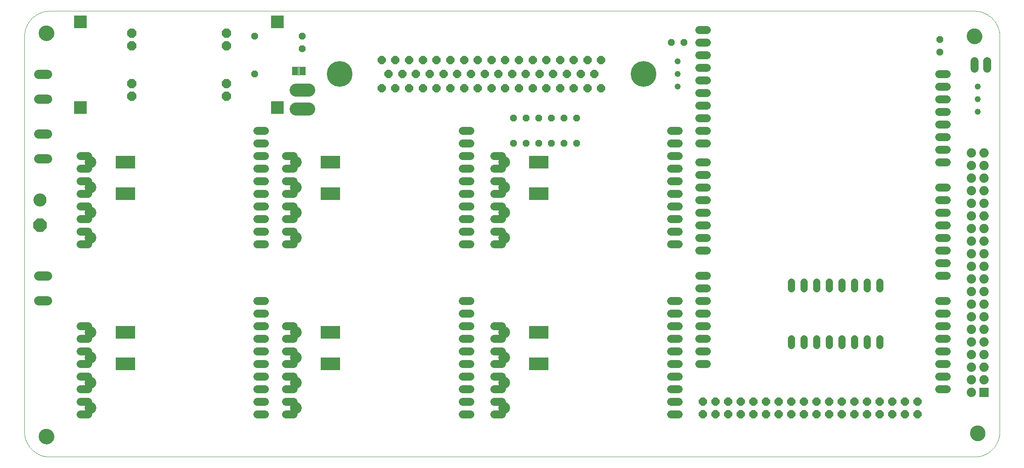
<source format=gts>
G04 EAGLE Gerber RS-274X export*
G75*
%MOMM*%
%FSLAX34Y34*%
%LPD*%
%INTop Soldermask*%
%IPPOS*%
%AMOC8*
5,1,8,0,0,1.08239X$1,22.5*%
G01*
%ADD10C,0.000000*%
%ADD11C,2.641600*%
%ADD12P,2.859241X8X292.500000*%
%ADD13P,1.539592X8X112.500000*%
%ADD14P,1.759533X8X202.500000*%
%ADD15C,5.181600*%
%ADD16C,1.892300*%
%ADD17C,1.625600*%
%ADD18P,1.759533X8X22.500000*%
%ADD19R,1.879600X1.879600*%
%ADD20C,1.879600*%
%ADD21R,3.911600X2.601600*%
%ADD22C,3.101600*%
%ADD23C,1.219200*%
%ADD24P,1.539592X8X292.500000*%
%ADD25C,1.422400*%
%ADD26R,1.270000X1.701800*%
%ADD27R,0.152400X1.828800*%
%ADD28C,2.654300*%
%ADD29P,2.034460X8X22.500000*%
%ADD30R,2.601600X2.601600*%
%ADD31C,2.351600*%
%ADD32P,1.539592X8X202.500000*%


D10*
X51000Y-3050D02*
X1911350Y-3050D01*
X1912578Y-3035D01*
X1913804Y-2991D01*
X1915030Y-2917D01*
X1916253Y-2813D01*
X1917473Y-2680D01*
X1918690Y-2517D01*
X1919903Y-2325D01*
X1921110Y-2104D01*
X1922312Y-1853D01*
X1923507Y-1574D01*
X1924696Y-1266D01*
X1925876Y-929D01*
X1927048Y-564D01*
X1928211Y-170D01*
X1929364Y251D01*
X1930506Y700D01*
X1931638Y1177D01*
X1932757Y1681D01*
X1933864Y2212D01*
X1934958Y2769D01*
X1936038Y3352D01*
X1937104Y3962D01*
X1938154Y4597D01*
X1939189Y5257D01*
X1940208Y5942D01*
X1941209Y6652D01*
X1942194Y7385D01*
X1943160Y8143D01*
X1944108Y8923D01*
X1945037Y9726D01*
X1945946Y10551D01*
X1946834Y11398D01*
X1947702Y12266D01*
X1948549Y13154D01*
X1949374Y14063D01*
X1950177Y14992D01*
X1950957Y15940D01*
X1951715Y16906D01*
X1952448Y17891D01*
X1953158Y18892D01*
X1953843Y19911D01*
X1954503Y20946D01*
X1955138Y21996D01*
X1955748Y23062D01*
X1956331Y24142D01*
X1956888Y25236D01*
X1957419Y26343D01*
X1957923Y27462D01*
X1958400Y28594D01*
X1958849Y29736D01*
X1959270Y30889D01*
X1959664Y32052D01*
X1960029Y33224D01*
X1960366Y34404D01*
X1960674Y35593D01*
X1960953Y36788D01*
X1961204Y37990D01*
X1961425Y39197D01*
X1961617Y40410D01*
X1961780Y41627D01*
X1961913Y42847D01*
X1962017Y44070D01*
X1962091Y45296D01*
X1962135Y46522D01*
X1962150Y47750D01*
X1962150Y844550D01*
X1962135Y845778D01*
X1962091Y847004D01*
X1962017Y848230D01*
X1961913Y849453D01*
X1961780Y850673D01*
X1961617Y851890D01*
X1961425Y853103D01*
X1961204Y854310D01*
X1960953Y855512D01*
X1960674Y856707D01*
X1960366Y857896D01*
X1960029Y859076D01*
X1959664Y860248D01*
X1959270Y861411D01*
X1958849Y862564D01*
X1958400Y863706D01*
X1957923Y864838D01*
X1957419Y865957D01*
X1956888Y867064D01*
X1956331Y868158D01*
X1955748Y869238D01*
X1955138Y870304D01*
X1954503Y871354D01*
X1953843Y872389D01*
X1953158Y873408D01*
X1952448Y874409D01*
X1951715Y875394D01*
X1950957Y876360D01*
X1950177Y877308D01*
X1949374Y878237D01*
X1948549Y879146D01*
X1947702Y880034D01*
X1946834Y880902D01*
X1945946Y881749D01*
X1945037Y882574D01*
X1944108Y883377D01*
X1943160Y884157D01*
X1942194Y884915D01*
X1941209Y885648D01*
X1940208Y886358D01*
X1939189Y887043D01*
X1938154Y887703D01*
X1937104Y888338D01*
X1936038Y888948D01*
X1934958Y889531D01*
X1933864Y890088D01*
X1932757Y890619D01*
X1931638Y891123D01*
X1930506Y891600D01*
X1929364Y892049D01*
X1928211Y892470D01*
X1927048Y892864D01*
X1925876Y893229D01*
X1924696Y893566D01*
X1923507Y893874D01*
X1922312Y894153D01*
X1921110Y894404D01*
X1919903Y894625D01*
X1918690Y894817D01*
X1917473Y894980D01*
X1916253Y895113D01*
X1915030Y895217D01*
X1913804Y895291D01*
X1912578Y895335D01*
X1911350Y895350D01*
X51000Y895350D01*
X49772Y895335D01*
X48546Y895291D01*
X47320Y895217D01*
X46097Y895113D01*
X44877Y894980D01*
X43660Y894817D01*
X42447Y894625D01*
X41240Y894404D01*
X40038Y894153D01*
X38843Y893874D01*
X37654Y893566D01*
X36474Y893229D01*
X35302Y892864D01*
X34139Y892470D01*
X32986Y892049D01*
X31844Y891600D01*
X30712Y891123D01*
X29593Y890619D01*
X28486Y890088D01*
X27392Y889531D01*
X26312Y888948D01*
X25246Y888338D01*
X24196Y887703D01*
X23161Y887043D01*
X22142Y886358D01*
X21141Y885648D01*
X20156Y884915D01*
X19190Y884157D01*
X18242Y883377D01*
X17313Y882574D01*
X16404Y881749D01*
X15516Y880902D01*
X14648Y880034D01*
X13801Y879146D01*
X12976Y878237D01*
X12173Y877308D01*
X11393Y876360D01*
X10635Y875394D01*
X9902Y874409D01*
X9192Y873408D01*
X8507Y872389D01*
X7847Y871354D01*
X7212Y870304D01*
X6602Y869238D01*
X6019Y868158D01*
X5462Y867064D01*
X4931Y865957D01*
X4427Y864838D01*
X3950Y863706D01*
X3501Y862564D01*
X3080Y861411D01*
X2686Y860248D01*
X2321Y859076D01*
X1984Y857896D01*
X1676Y856707D01*
X1397Y855512D01*
X1146Y854310D01*
X925Y853103D01*
X733Y851890D01*
X570Y850673D01*
X437Y849453D01*
X333Y848230D01*
X259Y847004D01*
X215Y845778D01*
X200Y844550D01*
X200Y47750D01*
X215Y46522D01*
X259Y45296D01*
X333Y44070D01*
X437Y42847D01*
X570Y41627D01*
X733Y40410D01*
X925Y39197D01*
X1146Y37990D01*
X1397Y36788D01*
X1676Y35593D01*
X1984Y34404D01*
X2321Y33224D01*
X2686Y32052D01*
X3080Y30889D01*
X3501Y29736D01*
X3950Y28594D01*
X4427Y27462D01*
X4931Y26343D01*
X5462Y25236D01*
X6019Y24142D01*
X6602Y23062D01*
X7212Y21996D01*
X7847Y20946D01*
X8507Y19911D01*
X9192Y18892D01*
X9902Y17891D01*
X10635Y16906D01*
X11393Y15940D01*
X12173Y14992D01*
X12976Y14063D01*
X13801Y13154D01*
X14648Y12266D01*
X15516Y11398D01*
X16404Y10551D01*
X17313Y9726D01*
X18242Y8923D01*
X19190Y8143D01*
X20156Y7385D01*
X21141Y6652D01*
X22142Y5942D01*
X23161Y5257D01*
X24196Y4597D01*
X25246Y3962D01*
X26312Y3352D01*
X27392Y2769D01*
X28486Y2212D01*
X29593Y1681D01*
X30712Y1177D01*
X31844Y700D01*
X32986Y251D01*
X34139Y-170D01*
X35302Y-564D01*
X36474Y-929D01*
X37654Y-1266D01*
X38843Y-1574D01*
X40038Y-1853D01*
X41240Y-2104D01*
X42447Y-2325D01*
X43660Y-2517D01*
X44877Y-2680D01*
X46097Y-2813D01*
X47320Y-2917D01*
X48546Y-2991D01*
X49772Y-3035D01*
X51000Y-3050D01*
D11*
X31750Y514350D03*
D12*
X31750Y463550D03*
D13*
X984250Y628650D03*
X984250Y679450D03*
X1009650Y628650D03*
X1009650Y679450D03*
X1035050Y628650D03*
X1035050Y679450D03*
X1085850Y628650D03*
X1085850Y679450D03*
X1060450Y628650D03*
X1060450Y679450D03*
X1111250Y628650D03*
X1111250Y679450D03*
D14*
X1160526Y796798D03*
X1133094Y796798D03*
X1105408Y796798D03*
X1077722Y796798D03*
X1050290Y796798D03*
X1022604Y796798D03*
X994918Y796798D03*
X967486Y796798D03*
X939800Y796798D03*
X912114Y796798D03*
X884682Y796798D03*
X856996Y796798D03*
X1146810Y768350D03*
X1119124Y768350D03*
X1091692Y768350D03*
X1064006Y768350D03*
X1036320Y768350D03*
X1008888Y768350D03*
X981202Y768350D03*
X953516Y768350D03*
X926084Y768350D03*
X898398Y768350D03*
X870712Y768350D03*
X829310Y796798D03*
X801878Y796798D03*
X774192Y796798D03*
X746506Y796798D03*
X843280Y768350D03*
X815594Y768350D03*
X787908Y768350D03*
X760476Y768350D03*
X719074Y796798D03*
X732790Y768350D03*
X1160526Y739902D03*
X1133094Y739902D03*
X1105408Y739902D03*
X1077722Y739902D03*
X1050290Y739902D03*
X1022604Y739902D03*
X994918Y739902D03*
X967486Y739902D03*
X939800Y739902D03*
X912114Y739902D03*
X884682Y739902D03*
X856996Y739902D03*
X829310Y739902D03*
X801878Y739902D03*
X774192Y739902D03*
X746506Y739902D03*
X719074Y739902D03*
D15*
X634238Y768350D03*
X1245362Y768350D03*
D16*
X47054Y597300D02*
X29147Y597300D01*
X29147Y647300D02*
X47054Y647300D01*
D17*
X1840230Y717550D02*
X1855470Y717550D01*
X1855470Y692150D02*
X1840230Y692150D01*
X1840230Y666750D02*
X1855470Y666750D01*
X1855470Y641350D02*
X1840230Y641350D01*
X1840230Y615950D02*
X1855470Y615950D01*
X1855470Y590550D02*
X1840230Y590550D01*
X1840230Y539750D02*
X1855470Y539750D01*
X1855470Y514350D02*
X1840230Y514350D01*
X1840230Y488950D02*
X1855470Y488950D01*
X1855470Y463550D02*
X1840230Y463550D01*
X1840230Y438150D02*
X1855470Y438150D01*
X1855470Y412750D02*
X1840230Y412750D01*
X1840230Y387350D02*
X1855470Y387350D01*
X1855470Y361950D02*
X1840230Y361950D01*
X1840230Y311150D02*
X1855470Y311150D01*
X1855470Y285750D02*
X1840230Y285750D01*
X1840230Y260350D02*
X1855470Y260350D01*
X1855470Y234950D02*
X1840230Y234950D01*
X1840230Y209550D02*
X1855470Y209550D01*
X1855470Y184150D02*
X1840230Y184150D01*
X1840230Y158750D02*
X1855470Y158750D01*
X1855470Y133350D02*
X1840230Y133350D01*
X1372870Y184150D02*
X1357630Y184150D01*
X1357630Y209550D02*
X1372870Y209550D01*
X1372870Y234950D02*
X1357630Y234950D01*
X1357630Y260350D02*
X1372870Y260350D01*
X1372870Y285750D02*
X1357630Y285750D01*
X1357630Y311150D02*
X1372870Y311150D01*
X1372870Y336550D02*
X1357630Y336550D01*
X1357630Y361950D02*
X1372870Y361950D01*
X1372870Y412750D02*
X1357630Y412750D01*
X1357630Y438150D02*
X1372870Y438150D01*
X1372870Y463550D02*
X1357630Y463550D01*
X1357630Y488950D02*
X1372870Y488950D01*
X1372870Y514350D02*
X1357630Y514350D01*
X1357630Y539750D02*
X1372870Y539750D01*
X1372870Y565150D02*
X1357630Y565150D01*
X1357630Y590550D02*
X1372870Y590550D01*
X1372870Y628650D02*
X1357630Y628650D01*
X1357630Y654050D02*
X1372870Y654050D01*
X1372870Y679450D02*
X1357630Y679450D01*
X1357630Y704850D02*
X1372870Y704850D01*
X1372870Y730250D02*
X1357630Y730250D01*
X1357630Y755650D02*
X1372870Y755650D01*
X1372870Y781050D02*
X1357630Y781050D01*
X1357630Y806450D02*
X1372870Y806450D01*
D18*
X1365250Y107950D03*
X1365250Y82550D03*
X1390650Y107950D03*
X1390650Y82550D03*
X1416050Y107950D03*
X1416050Y82550D03*
X1441450Y107950D03*
X1441450Y82550D03*
X1466850Y107950D03*
X1466850Y82550D03*
X1492250Y107950D03*
X1492250Y82550D03*
X1517650Y107950D03*
X1517650Y82550D03*
X1543050Y107950D03*
X1543050Y82550D03*
X1568450Y107950D03*
X1568450Y82550D03*
X1593850Y107950D03*
X1593850Y82550D03*
X1619250Y107950D03*
X1619250Y82550D03*
X1644650Y107950D03*
X1644650Y82550D03*
X1670050Y107950D03*
X1670050Y82550D03*
X1695450Y107950D03*
X1695450Y82550D03*
X1720850Y107950D03*
X1720850Y82550D03*
X1746250Y107950D03*
X1746250Y82550D03*
X1771650Y107950D03*
X1771650Y82550D03*
X1797050Y107950D03*
X1797050Y82550D03*
D17*
X1372870Y831850D02*
X1357630Y831850D01*
X1357630Y857250D02*
X1372870Y857250D01*
X1840230Y768350D02*
X1855470Y768350D01*
X1855470Y742950D02*
X1840230Y742950D01*
D19*
X1930400Y127000D03*
D20*
X1905000Y127000D03*
X1930400Y152400D03*
X1905000Y152400D03*
X1930400Y177800D03*
X1905000Y177800D03*
X1930400Y203200D03*
X1905000Y203200D03*
X1930400Y228600D03*
X1905000Y228600D03*
X1930400Y254000D03*
X1905000Y254000D03*
X1930400Y279400D03*
X1905000Y279400D03*
X1930400Y304800D03*
X1905000Y304800D03*
X1930400Y330200D03*
X1905000Y330200D03*
X1930400Y355600D03*
X1905000Y355600D03*
X1930400Y381000D03*
X1905000Y381000D03*
X1930400Y406400D03*
X1905000Y406400D03*
X1930400Y431800D03*
X1905000Y431800D03*
X1930400Y457200D03*
X1905000Y457200D03*
X1930400Y482600D03*
X1905000Y482600D03*
X1930400Y508000D03*
X1905000Y508000D03*
X1930400Y533400D03*
X1905000Y533400D03*
X1930400Y558800D03*
X1905000Y558800D03*
X1930400Y584200D03*
X1905000Y584200D03*
X1930400Y609600D03*
X1905000Y609600D03*
D21*
X1035050Y590550D03*
X1035050Y527050D03*
D10*
X29450Y38100D02*
X29455Y38468D01*
X29468Y38836D01*
X29491Y39203D01*
X29522Y39570D01*
X29563Y39936D01*
X29612Y40301D01*
X29671Y40664D01*
X29738Y41026D01*
X29814Y41387D01*
X29900Y41745D01*
X29993Y42101D01*
X30096Y42454D01*
X30207Y42805D01*
X30327Y43153D01*
X30455Y43498D01*
X30592Y43840D01*
X30737Y44179D01*
X30890Y44513D01*
X31052Y44844D01*
X31221Y45171D01*
X31399Y45493D01*
X31584Y45812D01*
X31777Y46125D01*
X31978Y46434D01*
X32186Y46737D01*
X32402Y47035D01*
X32625Y47328D01*
X32855Y47616D01*
X33092Y47898D01*
X33336Y48173D01*
X33586Y48443D01*
X33843Y48707D01*
X34107Y48964D01*
X34377Y49214D01*
X34652Y49458D01*
X34934Y49695D01*
X35222Y49925D01*
X35515Y50148D01*
X35813Y50364D01*
X36116Y50572D01*
X36425Y50773D01*
X36738Y50966D01*
X37057Y51151D01*
X37379Y51329D01*
X37706Y51498D01*
X38037Y51660D01*
X38371Y51813D01*
X38710Y51958D01*
X39052Y52095D01*
X39397Y52223D01*
X39745Y52343D01*
X40096Y52454D01*
X40449Y52557D01*
X40805Y52650D01*
X41163Y52736D01*
X41524Y52812D01*
X41886Y52879D01*
X42249Y52938D01*
X42614Y52987D01*
X42980Y53028D01*
X43347Y53059D01*
X43714Y53082D01*
X44082Y53095D01*
X44450Y53100D01*
X44818Y53095D01*
X45186Y53082D01*
X45553Y53059D01*
X45920Y53028D01*
X46286Y52987D01*
X46651Y52938D01*
X47014Y52879D01*
X47376Y52812D01*
X47737Y52736D01*
X48095Y52650D01*
X48451Y52557D01*
X48804Y52454D01*
X49155Y52343D01*
X49503Y52223D01*
X49848Y52095D01*
X50190Y51958D01*
X50529Y51813D01*
X50863Y51660D01*
X51194Y51498D01*
X51521Y51329D01*
X51843Y51151D01*
X52162Y50966D01*
X52475Y50773D01*
X52784Y50572D01*
X53087Y50364D01*
X53385Y50148D01*
X53678Y49925D01*
X53966Y49695D01*
X54248Y49458D01*
X54523Y49214D01*
X54793Y48964D01*
X55057Y48707D01*
X55314Y48443D01*
X55564Y48173D01*
X55808Y47898D01*
X56045Y47616D01*
X56275Y47328D01*
X56498Y47035D01*
X56714Y46737D01*
X56922Y46434D01*
X57123Y46125D01*
X57316Y45812D01*
X57501Y45493D01*
X57679Y45171D01*
X57848Y44844D01*
X58010Y44513D01*
X58163Y44179D01*
X58308Y43840D01*
X58445Y43498D01*
X58573Y43153D01*
X58693Y42805D01*
X58804Y42454D01*
X58907Y42101D01*
X59000Y41745D01*
X59086Y41387D01*
X59162Y41026D01*
X59229Y40664D01*
X59288Y40301D01*
X59337Y39936D01*
X59378Y39570D01*
X59409Y39203D01*
X59432Y38836D01*
X59445Y38468D01*
X59450Y38100D01*
X59445Y37732D01*
X59432Y37364D01*
X59409Y36997D01*
X59378Y36630D01*
X59337Y36264D01*
X59288Y35899D01*
X59229Y35536D01*
X59162Y35174D01*
X59086Y34813D01*
X59000Y34455D01*
X58907Y34099D01*
X58804Y33746D01*
X58693Y33395D01*
X58573Y33047D01*
X58445Y32702D01*
X58308Y32360D01*
X58163Y32021D01*
X58010Y31687D01*
X57848Y31356D01*
X57679Y31029D01*
X57501Y30707D01*
X57316Y30388D01*
X57123Y30075D01*
X56922Y29766D01*
X56714Y29463D01*
X56498Y29165D01*
X56275Y28872D01*
X56045Y28584D01*
X55808Y28302D01*
X55564Y28027D01*
X55314Y27757D01*
X55057Y27493D01*
X54793Y27236D01*
X54523Y26986D01*
X54248Y26742D01*
X53966Y26505D01*
X53678Y26275D01*
X53385Y26052D01*
X53087Y25836D01*
X52784Y25628D01*
X52475Y25427D01*
X52162Y25234D01*
X51843Y25049D01*
X51521Y24871D01*
X51194Y24702D01*
X50863Y24540D01*
X50529Y24387D01*
X50190Y24242D01*
X49848Y24105D01*
X49503Y23977D01*
X49155Y23857D01*
X48804Y23746D01*
X48451Y23643D01*
X48095Y23550D01*
X47737Y23464D01*
X47376Y23388D01*
X47014Y23321D01*
X46651Y23262D01*
X46286Y23213D01*
X45920Y23172D01*
X45553Y23141D01*
X45186Y23118D01*
X44818Y23105D01*
X44450Y23100D01*
X44082Y23105D01*
X43714Y23118D01*
X43347Y23141D01*
X42980Y23172D01*
X42614Y23213D01*
X42249Y23262D01*
X41886Y23321D01*
X41524Y23388D01*
X41163Y23464D01*
X40805Y23550D01*
X40449Y23643D01*
X40096Y23746D01*
X39745Y23857D01*
X39397Y23977D01*
X39052Y24105D01*
X38710Y24242D01*
X38371Y24387D01*
X38037Y24540D01*
X37706Y24702D01*
X37379Y24871D01*
X37057Y25049D01*
X36738Y25234D01*
X36425Y25427D01*
X36116Y25628D01*
X35813Y25836D01*
X35515Y26052D01*
X35222Y26275D01*
X34934Y26505D01*
X34652Y26742D01*
X34377Y26986D01*
X34107Y27236D01*
X33843Y27493D01*
X33586Y27757D01*
X33336Y28027D01*
X33092Y28302D01*
X32855Y28584D01*
X32625Y28872D01*
X32402Y29165D01*
X32186Y29463D01*
X31978Y29766D01*
X31777Y30075D01*
X31584Y30388D01*
X31399Y30707D01*
X31221Y31029D01*
X31052Y31356D01*
X30890Y31687D01*
X30737Y32021D01*
X30592Y32360D01*
X30455Y32702D01*
X30327Y33047D01*
X30207Y33395D01*
X30096Y33746D01*
X29993Y34099D01*
X29900Y34455D01*
X29814Y34813D01*
X29738Y35174D01*
X29671Y35536D01*
X29612Y35899D01*
X29563Y36264D01*
X29522Y36630D01*
X29491Y36997D01*
X29468Y37364D01*
X29455Y37732D01*
X29450Y38100D01*
D22*
X44450Y38100D03*
D10*
X29450Y850900D02*
X29455Y851268D01*
X29468Y851636D01*
X29491Y852003D01*
X29522Y852370D01*
X29563Y852736D01*
X29612Y853101D01*
X29671Y853464D01*
X29738Y853826D01*
X29814Y854187D01*
X29900Y854545D01*
X29993Y854901D01*
X30096Y855254D01*
X30207Y855605D01*
X30327Y855953D01*
X30455Y856298D01*
X30592Y856640D01*
X30737Y856979D01*
X30890Y857313D01*
X31052Y857644D01*
X31221Y857971D01*
X31399Y858293D01*
X31584Y858612D01*
X31777Y858925D01*
X31978Y859234D01*
X32186Y859537D01*
X32402Y859835D01*
X32625Y860128D01*
X32855Y860416D01*
X33092Y860698D01*
X33336Y860973D01*
X33586Y861243D01*
X33843Y861507D01*
X34107Y861764D01*
X34377Y862014D01*
X34652Y862258D01*
X34934Y862495D01*
X35222Y862725D01*
X35515Y862948D01*
X35813Y863164D01*
X36116Y863372D01*
X36425Y863573D01*
X36738Y863766D01*
X37057Y863951D01*
X37379Y864129D01*
X37706Y864298D01*
X38037Y864460D01*
X38371Y864613D01*
X38710Y864758D01*
X39052Y864895D01*
X39397Y865023D01*
X39745Y865143D01*
X40096Y865254D01*
X40449Y865357D01*
X40805Y865450D01*
X41163Y865536D01*
X41524Y865612D01*
X41886Y865679D01*
X42249Y865738D01*
X42614Y865787D01*
X42980Y865828D01*
X43347Y865859D01*
X43714Y865882D01*
X44082Y865895D01*
X44450Y865900D01*
X44818Y865895D01*
X45186Y865882D01*
X45553Y865859D01*
X45920Y865828D01*
X46286Y865787D01*
X46651Y865738D01*
X47014Y865679D01*
X47376Y865612D01*
X47737Y865536D01*
X48095Y865450D01*
X48451Y865357D01*
X48804Y865254D01*
X49155Y865143D01*
X49503Y865023D01*
X49848Y864895D01*
X50190Y864758D01*
X50529Y864613D01*
X50863Y864460D01*
X51194Y864298D01*
X51521Y864129D01*
X51843Y863951D01*
X52162Y863766D01*
X52475Y863573D01*
X52784Y863372D01*
X53087Y863164D01*
X53385Y862948D01*
X53678Y862725D01*
X53966Y862495D01*
X54248Y862258D01*
X54523Y862014D01*
X54793Y861764D01*
X55057Y861507D01*
X55314Y861243D01*
X55564Y860973D01*
X55808Y860698D01*
X56045Y860416D01*
X56275Y860128D01*
X56498Y859835D01*
X56714Y859537D01*
X56922Y859234D01*
X57123Y858925D01*
X57316Y858612D01*
X57501Y858293D01*
X57679Y857971D01*
X57848Y857644D01*
X58010Y857313D01*
X58163Y856979D01*
X58308Y856640D01*
X58445Y856298D01*
X58573Y855953D01*
X58693Y855605D01*
X58804Y855254D01*
X58907Y854901D01*
X59000Y854545D01*
X59086Y854187D01*
X59162Y853826D01*
X59229Y853464D01*
X59288Y853101D01*
X59337Y852736D01*
X59378Y852370D01*
X59409Y852003D01*
X59432Y851636D01*
X59445Y851268D01*
X59450Y850900D01*
X59445Y850532D01*
X59432Y850164D01*
X59409Y849797D01*
X59378Y849430D01*
X59337Y849064D01*
X59288Y848699D01*
X59229Y848336D01*
X59162Y847974D01*
X59086Y847613D01*
X59000Y847255D01*
X58907Y846899D01*
X58804Y846546D01*
X58693Y846195D01*
X58573Y845847D01*
X58445Y845502D01*
X58308Y845160D01*
X58163Y844821D01*
X58010Y844487D01*
X57848Y844156D01*
X57679Y843829D01*
X57501Y843507D01*
X57316Y843188D01*
X57123Y842875D01*
X56922Y842566D01*
X56714Y842263D01*
X56498Y841965D01*
X56275Y841672D01*
X56045Y841384D01*
X55808Y841102D01*
X55564Y840827D01*
X55314Y840557D01*
X55057Y840293D01*
X54793Y840036D01*
X54523Y839786D01*
X54248Y839542D01*
X53966Y839305D01*
X53678Y839075D01*
X53385Y838852D01*
X53087Y838636D01*
X52784Y838428D01*
X52475Y838227D01*
X52162Y838034D01*
X51843Y837849D01*
X51521Y837671D01*
X51194Y837502D01*
X50863Y837340D01*
X50529Y837187D01*
X50190Y837042D01*
X49848Y836905D01*
X49503Y836777D01*
X49155Y836657D01*
X48804Y836546D01*
X48451Y836443D01*
X48095Y836350D01*
X47737Y836264D01*
X47376Y836188D01*
X47014Y836121D01*
X46651Y836062D01*
X46286Y836013D01*
X45920Y835972D01*
X45553Y835941D01*
X45186Y835918D01*
X44818Y835905D01*
X44450Y835900D01*
X44082Y835905D01*
X43714Y835918D01*
X43347Y835941D01*
X42980Y835972D01*
X42614Y836013D01*
X42249Y836062D01*
X41886Y836121D01*
X41524Y836188D01*
X41163Y836264D01*
X40805Y836350D01*
X40449Y836443D01*
X40096Y836546D01*
X39745Y836657D01*
X39397Y836777D01*
X39052Y836905D01*
X38710Y837042D01*
X38371Y837187D01*
X38037Y837340D01*
X37706Y837502D01*
X37379Y837671D01*
X37057Y837849D01*
X36738Y838034D01*
X36425Y838227D01*
X36116Y838428D01*
X35813Y838636D01*
X35515Y838852D01*
X35222Y839075D01*
X34934Y839305D01*
X34652Y839542D01*
X34377Y839786D01*
X34107Y840036D01*
X33843Y840293D01*
X33586Y840557D01*
X33336Y840827D01*
X33092Y841102D01*
X32855Y841384D01*
X32625Y841672D01*
X32402Y841965D01*
X32186Y842263D01*
X31978Y842566D01*
X31777Y842875D01*
X31584Y843188D01*
X31399Y843507D01*
X31221Y843829D01*
X31052Y844156D01*
X30890Y844487D01*
X30737Y844821D01*
X30592Y845160D01*
X30455Y845502D01*
X30327Y845847D01*
X30207Y846195D01*
X30096Y846546D01*
X29993Y846899D01*
X29900Y847255D01*
X29814Y847613D01*
X29738Y847974D01*
X29671Y848336D01*
X29612Y848699D01*
X29563Y849064D01*
X29522Y849430D01*
X29491Y849797D01*
X29468Y850164D01*
X29455Y850532D01*
X29450Y850900D01*
D22*
X44450Y850900D03*
D10*
X1896350Y844550D02*
X1896355Y844918D01*
X1896368Y845286D01*
X1896391Y845653D01*
X1896422Y846020D01*
X1896463Y846386D01*
X1896512Y846751D01*
X1896571Y847114D01*
X1896638Y847476D01*
X1896714Y847837D01*
X1896800Y848195D01*
X1896893Y848551D01*
X1896996Y848904D01*
X1897107Y849255D01*
X1897227Y849603D01*
X1897355Y849948D01*
X1897492Y850290D01*
X1897637Y850629D01*
X1897790Y850963D01*
X1897952Y851294D01*
X1898121Y851621D01*
X1898299Y851943D01*
X1898484Y852262D01*
X1898677Y852575D01*
X1898878Y852884D01*
X1899086Y853187D01*
X1899302Y853485D01*
X1899525Y853778D01*
X1899755Y854066D01*
X1899992Y854348D01*
X1900236Y854623D01*
X1900486Y854893D01*
X1900743Y855157D01*
X1901007Y855414D01*
X1901277Y855664D01*
X1901552Y855908D01*
X1901834Y856145D01*
X1902122Y856375D01*
X1902415Y856598D01*
X1902713Y856814D01*
X1903016Y857022D01*
X1903325Y857223D01*
X1903638Y857416D01*
X1903957Y857601D01*
X1904279Y857779D01*
X1904606Y857948D01*
X1904937Y858110D01*
X1905271Y858263D01*
X1905610Y858408D01*
X1905952Y858545D01*
X1906297Y858673D01*
X1906645Y858793D01*
X1906996Y858904D01*
X1907349Y859007D01*
X1907705Y859100D01*
X1908063Y859186D01*
X1908424Y859262D01*
X1908786Y859329D01*
X1909149Y859388D01*
X1909514Y859437D01*
X1909880Y859478D01*
X1910247Y859509D01*
X1910614Y859532D01*
X1910982Y859545D01*
X1911350Y859550D01*
X1911718Y859545D01*
X1912086Y859532D01*
X1912453Y859509D01*
X1912820Y859478D01*
X1913186Y859437D01*
X1913551Y859388D01*
X1913914Y859329D01*
X1914276Y859262D01*
X1914637Y859186D01*
X1914995Y859100D01*
X1915351Y859007D01*
X1915704Y858904D01*
X1916055Y858793D01*
X1916403Y858673D01*
X1916748Y858545D01*
X1917090Y858408D01*
X1917429Y858263D01*
X1917763Y858110D01*
X1918094Y857948D01*
X1918421Y857779D01*
X1918743Y857601D01*
X1919062Y857416D01*
X1919375Y857223D01*
X1919684Y857022D01*
X1919987Y856814D01*
X1920285Y856598D01*
X1920578Y856375D01*
X1920866Y856145D01*
X1921148Y855908D01*
X1921423Y855664D01*
X1921693Y855414D01*
X1921957Y855157D01*
X1922214Y854893D01*
X1922464Y854623D01*
X1922708Y854348D01*
X1922945Y854066D01*
X1923175Y853778D01*
X1923398Y853485D01*
X1923614Y853187D01*
X1923822Y852884D01*
X1924023Y852575D01*
X1924216Y852262D01*
X1924401Y851943D01*
X1924579Y851621D01*
X1924748Y851294D01*
X1924910Y850963D01*
X1925063Y850629D01*
X1925208Y850290D01*
X1925345Y849948D01*
X1925473Y849603D01*
X1925593Y849255D01*
X1925704Y848904D01*
X1925807Y848551D01*
X1925900Y848195D01*
X1925986Y847837D01*
X1926062Y847476D01*
X1926129Y847114D01*
X1926188Y846751D01*
X1926237Y846386D01*
X1926278Y846020D01*
X1926309Y845653D01*
X1926332Y845286D01*
X1926345Y844918D01*
X1926350Y844550D01*
X1926345Y844182D01*
X1926332Y843814D01*
X1926309Y843447D01*
X1926278Y843080D01*
X1926237Y842714D01*
X1926188Y842349D01*
X1926129Y841986D01*
X1926062Y841624D01*
X1925986Y841263D01*
X1925900Y840905D01*
X1925807Y840549D01*
X1925704Y840196D01*
X1925593Y839845D01*
X1925473Y839497D01*
X1925345Y839152D01*
X1925208Y838810D01*
X1925063Y838471D01*
X1924910Y838137D01*
X1924748Y837806D01*
X1924579Y837479D01*
X1924401Y837157D01*
X1924216Y836838D01*
X1924023Y836525D01*
X1923822Y836216D01*
X1923614Y835913D01*
X1923398Y835615D01*
X1923175Y835322D01*
X1922945Y835034D01*
X1922708Y834752D01*
X1922464Y834477D01*
X1922214Y834207D01*
X1921957Y833943D01*
X1921693Y833686D01*
X1921423Y833436D01*
X1921148Y833192D01*
X1920866Y832955D01*
X1920578Y832725D01*
X1920285Y832502D01*
X1919987Y832286D01*
X1919684Y832078D01*
X1919375Y831877D01*
X1919062Y831684D01*
X1918743Y831499D01*
X1918421Y831321D01*
X1918094Y831152D01*
X1917763Y830990D01*
X1917429Y830837D01*
X1917090Y830692D01*
X1916748Y830555D01*
X1916403Y830427D01*
X1916055Y830307D01*
X1915704Y830196D01*
X1915351Y830093D01*
X1914995Y830000D01*
X1914637Y829914D01*
X1914276Y829838D01*
X1913914Y829771D01*
X1913551Y829712D01*
X1913186Y829663D01*
X1912820Y829622D01*
X1912453Y829591D01*
X1912086Y829568D01*
X1911718Y829555D01*
X1911350Y829550D01*
X1910982Y829555D01*
X1910614Y829568D01*
X1910247Y829591D01*
X1909880Y829622D01*
X1909514Y829663D01*
X1909149Y829712D01*
X1908786Y829771D01*
X1908424Y829838D01*
X1908063Y829914D01*
X1907705Y830000D01*
X1907349Y830093D01*
X1906996Y830196D01*
X1906645Y830307D01*
X1906297Y830427D01*
X1905952Y830555D01*
X1905610Y830692D01*
X1905271Y830837D01*
X1904937Y830990D01*
X1904606Y831152D01*
X1904279Y831321D01*
X1903957Y831499D01*
X1903638Y831684D01*
X1903325Y831877D01*
X1903016Y832078D01*
X1902713Y832286D01*
X1902415Y832502D01*
X1902122Y832725D01*
X1901834Y832955D01*
X1901552Y833192D01*
X1901277Y833436D01*
X1901007Y833686D01*
X1900743Y833943D01*
X1900486Y834207D01*
X1900236Y834477D01*
X1899992Y834752D01*
X1899755Y835034D01*
X1899525Y835322D01*
X1899302Y835615D01*
X1899086Y835913D01*
X1898878Y836216D01*
X1898677Y836525D01*
X1898484Y836838D01*
X1898299Y837157D01*
X1898121Y837479D01*
X1897952Y837806D01*
X1897790Y838137D01*
X1897637Y838471D01*
X1897492Y838810D01*
X1897355Y839152D01*
X1897227Y839497D01*
X1897107Y839845D01*
X1896996Y840196D01*
X1896893Y840549D01*
X1896800Y840905D01*
X1896714Y841263D01*
X1896638Y841624D01*
X1896571Y841986D01*
X1896512Y842349D01*
X1896463Y842714D01*
X1896422Y843080D01*
X1896391Y843447D01*
X1896368Y843814D01*
X1896355Y844182D01*
X1896350Y844550D01*
D22*
X1911350Y844550D03*
D23*
X1917700Y742950D03*
X1917700Y717550D03*
X1917700Y692150D03*
D24*
X1841500Y838200D03*
X1841500Y812800D03*
D17*
X1911350Y795020D02*
X1911350Y779780D01*
X1936750Y779780D02*
X1936750Y795020D01*
D10*
X1902700Y44450D02*
X1902705Y44818D01*
X1902718Y45186D01*
X1902741Y45553D01*
X1902772Y45920D01*
X1902813Y46286D01*
X1902862Y46651D01*
X1902921Y47014D01*
X1902988Y47376D01*
X1903064Y47737D01*
X1903150Y48095D01*
X1903243Y48451D01*
X1903346Y48804D01*
X1903457Y49155D01*
X1903577Y49503D01*
X1903705Y49848D01*
X1903842Y50190D01*
X1903987Y50529D01*
X1904140Y50863D01*
X1904302Y51194D01*
X1904471Y51521D01*
X1904649Y51843D01*
X1904834Y52162D01*
X1905027Y52475D01*
X1905228Y52784D01*
X1905436Y53087D01*
X1905652Y53385D01*
X1905875Y53678D01*
X1906105Y53966D01*
X1906342Y54248D01*
X1906586Y54523D01*
X1906836Y54793D01*
X1907093Y55057D01*
X1907357Y55314D01*
X1907627Y55564D01*
X1907902Y55808D01*
X1908184Y56045D01*
X1908472Y56275D01*
X1908765Y56498D01*
X1909063Y56714D01*
X1909366Y56922D01*
X1909675Y57123D01*
X1909988Y57316D01*
X1910307Y57501D01*
X1910629Y57679D01*
X1910956Y57848D01*
X1911287Y58010D01*
X1911621Y58163D01*
X1911960Y58308D01*
X1912302Y58445D01*
X1912647Y58573D01*
X1912995Y58693D01*
X1913346Y58804D01*
X1913699Y58907D01*
X1914055Y59000D01*
X1914413Y59086D01*
X1914774Y59162D01*
X1915136Y59229D01*
X1915499Y59288D01*
X1915864Y59337D01*
X1916230Y59378D01*
X1916597Y59409D01*
X1916964Y59432D01*
X1917332Y59445D01*
X1917700Y59450D01*
X1918068Y59445D01*
X1918436Y59432D01*
X1918803Y59409D01*
X1919170Y59378D01*
X1919536Y59337D01*
X1919901Y59288D01*
X1920264Y59229D01*
X1920626Y59162D01*
X1920987Y59086D01*
X1921345Y59000D01*
X1921701Y58907D01*
X1922054Y58804D01*
X1922405Y58693D01*
X1922753Y58573D01*
X1923098Y58445D01*
X1923440Y58308D01*
X1923779Y58163D01*
X1924113Y58010D01*
X1924444Y57848D01*
X1924771Y57679D01*
X1925093Y57501D01*
X1925412Y57316D01*
X1925725Y57123D01*
X1926034Y56922D01*
X1926337Y56714D01*
X1926635Y56498D01*
X1926928Y56275D01*
X1927216Y56045D01*
X1927498Y55808D01*
X1927773Y55564D01*
X1928043Y55314D01*
X1928307Y55057D01*
X1928564Y54793D01*
X1928814Y54523D01*
X1929058Y54248D01*
X1929295Y53966D01*
X1929525Y53678D01*
X1929748Y53385D01*
X1929964Y53087D01*
X1930172Y52784D01*
X1930373Y52475D01*
X1930566Y52162D01*
X1930751Y51843D01*
X1930929Y51521D01*
X1931098Y51194D01*
X1931260Y50863D01*
X1931413Y50529D01*
X1931558Y50190D01*
X1931695Y49848D01*
X1931823Y49503D01*
X1931943Y49155D01*
X1932054Y48804D01*
X1932157Y48451D01*
X1932250Y48095D01*
X1932336Y47737D01*
X1932412Y47376D01*
X1932479Y47014D01*
X1932538Y46651D01*
X1932587Y46286D01*
X1932628Y45920D01*
X1932659Y45553D01*
X1932682Y45186D01*
X1932695Y44818D01*
X1932700Y44450D01*
X1932695Y44082D01*
X1932682Y43714D01*
X1932659Y43347D01*
X1932628Y42980D01*
X1932587Y42614D01*
X1932538Y42249D01*
X1932479Y41886D01*
X1932412Y41524D01*
X1932336Y41163D01*
X1932250Y40805D01*
X1932157Y40449D01*
X1932054Y40096D01*
X1931943Y39745D01*
X1931823Y39397D01*
X1931695Y39052D01*
X1931558Y38710D01*
X1931413Y38371D01*
X1931260Y38037D01*
X1931098Y37706D01*
X1930929Y37379D01*
X1930751Y37057D01*
X1930566Y36738D01*
X1930373Y36425D01*
X1930172Y36116D01*
X1929964Y35813D01*
X1929748Y35515D01*
X1929525Y35222D01*
X1929295Y34934D01*
X1929058Y34652D01*
X1928814Y34377D01*
X1928564Y34107D01*
X1928307Y33843D01*
X1928043Y33586D01*
X1927773Y33336D01*
X1927498Y33092D01*
X1927216Y32855D01*
X1926928Y32625D01*
X1926635Y32402D01*
X1926337Y32186D01*
X1926034Y31978D01*
X1925725Y31777D01*
X1925412Y31584D01*
X1925093Y31399D01*
X1924771Y31221D01*
X1924444Y31052D01*
X1924113Y30890D01*
X1923779Y30737D01*
X1923440Y30592D01*
X1923098Y30455D01*
X1922753Y30327D01*
X1922405Y30207D01*
X1922054Y30096D01*
X1921701Y29993D01*
X1921345Y29900D01*
X1920987Y29814D01*
X1920626Y29738D01*
X1920264Y29671D01*
X1919901Y29612D01*
X1919536Y29563D01*
X1919170Y29522D01*
X1918803Y29491D01*
X1918436Y29468D01*
X1918068Y29455D01*
X1917700Y29450D01*
X1917332Y29455D01*
X1916964Y29468D01*
X1916597Y29491D01*
X1916230Y29522D01*
X1915864Y29563D01*
X1915499Y29612D01*
X1915136Y29671D01*
X1914774Y29738D01*
X1914413Y29814D01*
X1914055Y29900D01*
X1913699Y29993D01*
X1913346Y30096D01*
X1912995Y30207D01*
X1912647Y30327D01*
X1912302Y30455D01*
X1911960Y30592D01*
X1911621Y30737D01*
X1911287Y30890D01*
X1910956Y31052D01*
X1910629Y31221D01*
X1910307Y31399D01*
X1909988Y31584D01*
X1909675Y31777D01*
X1909366Y31978D01*
X1909063Y32186D01*
X1908765Y32402D01*
X1908472Y32625D01*
X1908184Y32855D01*
X1907902Y33092D01*
X1907627Y33336D01*
X1907357Y33586D01*
X1907093Y33843D01*
X1906836Y34107D01*
X1906586Y34377D01*
X1906342Y34652D01*
X1906105Y34934D01*
X1905875Y35222D01*
X1905652Y35515D01*
X1905436Y35813D01*
X1905228Y36116D01*
X1905027Y36425D01*
X1904834Y36738D01*
X1904649Y37057D01*
X1904471Y37379D01*
X1904302Y37706D01*
X1904140Y38037D01*
X1903987Y38371D01*
X1903842Y38710D01*
X1903705Y39052D01*
X1903577Y39397D01*
X1903457Y39745D01*
X1903346Y40096D01*
X1903243Y40449D01*
X1903150Y40805D01*
X1903064Y41163D01*
X1902988Y41524D01*
X1902921Y41886D01*
X1902862Y42249D01*
X1902813Y42614D01*
X1902772Y42980D01*
X1902741Y43347D01*
X1902718Y43714D01*
X1902705Y44082D01*
X1902700Y44450D01*
D22*
X1917700Y44450D03*
D21*
X1035050Y247650D03*
X1035050Y184150D03*
D25*
X1543050Y336296D02*
X1543050Y349504D01*
X1568450Y349504D02*
X1568450Y336296D01*
X1593850Y336296D02*
X1593850Y349504D01*
X1619250Y349504D02*
X1619250Y336296D01*
X1644650Y336296D02*
X1644650Y349504D01*
X1670050Y349504D02*
X1670050Y336296D01*
X1695450Y336296D02*
X1695450Y349504D01*
X1720850Y349504D02*
X1720850Y336296D01*
D16*
X47054Y717950D02*
X29147Y717950D01*
X29147Y767950D02*
X47054Y767950D01*
D26*
X544830Y774700D03*
X560070Y774700D03*
D27*
X552450Y774700D03*
D28*
X546037Y736600D02*
X571564Y736600D01*
X571564Y698500D02*
X546037Y698500D01*
D29*
X215900Y723900D03*
X215900Y749300D03*
X215900Y850900D03*
X215900Y825500D03*
X406400Y723900D03*
X406400Y749300D03*
X406400Y850900D03*
X406400Y825500D03*
D30*
X113030Y873760D03*
X113030Y701040D03*
X509270Y701040D03*
X509270Y873760D03*
D17*
X944880Y425450D02*
X960120Y425450D01*
X960120Y450850D02*
X944880Y450850D01*
X944880Y476250D02*
X960120Y476250D01*
X960120Y501650D02*
X944880Y501650D01*
X944880Y527050D02*
X960120Y527050D01*
X960120Y552450D02*
X944880Y552450D01*
X944880Y577850D02*
X960120Y577850D01*
X960120Y603250D02*
X944880Y603250D01*
X1300480Y425450D02*
X1315720Y425450D01*
X1315720Y450850D02*
X1300480Y450850D01*
X1300480Y476250D02*
X1315720Y476250D01*
X1315720Y501650D02*
X1300480Y501650D01*
X1300480Y527050D02*
X1315720Y527050D01*
X1315720Y552450D02*
X1300480Y552450D01*
X1300480Y577850D02*
X1315720Y577850D01*
X1315720Y603250D02*
X1300480Y603250D01*
X1300480Y628650D02*
X1315720Y628650D01*
X1315720Y654050D02*
X1300480Y654050D01*
D31*
X965200Y590550D03*
X965200Y539750D03*
X965200Y488950D03*
X965200Y438150D03*
D13*
X558800Y819150D03*
X558800Y844550D03*
D24*
X463550Y844550D03*
X463550Y768350D03*
D23*
X1314450Y742950D03*
X1314450Y768350D03*
X1314450Y793750D03*
D32*
X1327150Y831850D03*
X1301750Y831850D03*
D17*
X960120Y82550D02*
X944880Y82550D01*
X944880Y107950D02*
X960120Y107950D01*
X960120Y133350D02*
X944880Y133350D01*
X944880Y158750D02*
X960120Y158750D01*
X960120Y184150D02*
X944880Y184150D01*
X944880Y209550D02*
X960120Y209550D01*
X960120Y234950D02*
X944880Y234950D01*
X944880Y260350D02*
X960120Y260350D01*
X1300480Y82550D02*
X1315720Y82550D01*
X1315720Y107950D02*
X1300480Y107950D01*
X1300480Y133350D02*
X1315720Y133350D01*
X1315720Y158750D02*
X1300480Y158750D01*
X1300480Y184150D02*
X1315720Y184150D01*
X1315720Y209550D02*
X1300480Y209550D01*
X1300480Y234950D02*
X1315720Y234950D01*
X1315720Y260350D02*
X1300480Y260350D01*
X1300480Y285750D02*
X1315720Y285750D01*
X1315720Y311150D02*
X1300480Y311150D01*
D31*
X965200Y247650D03*
X965200Y196850D03*
X965200Y146050D03*
X965200Y95250D03*
D21*
X615950Y590550D03*
X615950Y527050D03*
X615950Y247650D03*
X615950Y184150D03*
D17*
X541020Y425450D02*
X525780Y425450D01*
X525780Y450850D02*
X541020Y450850D01*
X541020Y476250D02*
X525780Y476250D01*
X525780Y501650D02*
X541020Y501650D01*
X541020Y527050D02*
X525780Y527050D01*
X525780Y552450D02*
X541020Y552450D01*
X541020Y577850D02*
X525780Y577850D01*
X525780Y603250D02*
X541020Y603250D01*
X881380Y425450D02*
X896620Y425450D01*
X896620Y450850D02*
X881380Y450850D01*
X881380Y476250D02*
X896620Y476250D01*
X896620Y501650D02*
X881380Y501650D01*
X881380Y527050D02*
X896620Y527050D01*
X896620Y552450D02*
X881380Y552450D01*
X881380Y577850D02*
X896620Y577850D01*
X896620Y603250D02*
X881380Y603250D01*
X881380Y628650D02*
X896620Y628650D01*
X896620Y654050D02*
X881380Y654050D01*
D31*
X546100Y590550D03*
X546100Y539750D03*
X546100Y488950D03*
X546100Y438150D03*
D17*
X541020Y82550D02*
X525780Y82550D01*
X525780Y107950D02*
X541020Y107950D01*
X541020Y133350D02*
X525780Y133350D01*
X525780Y158750D02*
X541020Y158750D01*
X541020Y184150D02*
X525780Y184150D01*
X525780Y209550D02*
X541020Y209550D01*
X541020Y234950D02*
X525780Y234950D01*
X525780Y260350D02*
X541020Y260350D01*
X881380Y82550D02*
X896620Y82550D01*
X896620Y107950D02*
X881380Y107950D01*
X881380Y133350D02*
X896620Y133350D01*
X896620Y158750D02*
X881380Y158750D01*
X881380Y184150D02*
X896620Y184150D01*
X896620Y209550D02*
X881380Y209550D01*
X881380Y234950D02*
X896620Y234950D01*
X896620Y260350D02*
X881380Y260350D01*
X881380Y285750D02*
X896620Y285750D01*
X896620Y311150D02*
X881380Y311150D01*
D31*
X546100Y247650D03*
X546100Y196850D03*
X546100Y146050D03*
X546100Y95250D03*
D21*
X203200Y590550D03*
X203200Y527050D03*
X203200Y247650D03*
X203200Y184150D03*
D17*
X128270Y425450D02*
X113030Y425450D01*
X113030Y450850D02*
X128270Y450850D01*
X128270Y476250D02*
X113030Y476250D01*
X113030Y501650D02*
X128270Y501650D01*
X128270Y527050D02*
X113030Y527050D01*
X113030Y552450D02*
X128270Y552450D01*
X128270Y577850D02*
X113030Y577850D01*
X113030Y603250D02*
X128270Y603250D01*
X468630Y425450D02*
X483870Y425450D01*
X483870Y450850D02*
X468630Y450850D01*
X468630Y476250D02*
X483870Y476250D01*
X483870Y501650D02*
X468630Y501650D01*
X468630Y527050D02*
X483870Y527050D01*
X483870Y552450D02*
X468630Y552450D01*
X468630Y577850D02*
X483870Y577850D01*
X483870Y603250D02*
X468630Y603250D01*
X468630Y628650D02*
X483870Y628650D01*
X483870Y654050D02*
X468630Y654050D01*
D31*
X133350Y590550D03*
X133350Y539750D03*
X133350Y488950D03*
X133350Y438150D03*
D17*
X128270Y82550D02*
X113030Y82550D01*
X113030Y107950D02*
X128270Y107950D01*
X128270Y133350D02*
X113030Y133350D01*
X113030Y158750D02*
X128270Y158750D01*
X128270Y184150D02*
X113030Y184150D01*
X113030Y209550D02*
X128270Y209550D01*
X128270Y234950D02*
X113030Y234950D01*
X113030Y260350D02*
X128270Y260350D01*
X468630Y82550D02*
X483870Y82550D01*
X483870Y107950D02*
X468630Y107950D01*
X468630Y133350D02*
X483870Y133350D01*
X483870Y158750D02*
X468630Y158750D01*
X468630Y184150D02*
X483870Y184150D01*
X483870Y209550D02*
X468630Y209550D01*
X468630Y234950D02*
X483870Y234950D01*
X483870Y260350D02*
X468630Y260350D01*
X468630Y285750D02*
X483870Y285750D01*
X483870Y311150D02*
X468630Y311150D01*
D31*
X133350Y247650D03*
X133350Y196850D03*
X133350Y146050D03*
X133350Y95250D03*
D16*
X47054Y311550D02*
X29147Y311550D01*
X29147Y361550D02*
X47054Y361550D01*
D25*
X1720850Y235204D02*
X1720850Y221996D01*
X1695450Y221996D02*
X1695450Y235204D01*
X1670050Y235204D02*
X1670050Y221996D01*
X1644650Y221996D02*
X1644650Y235204D01*
X1619250Y235204D02*
X1619250Y221996D01*
X1593850Y221996D02*
X1593850Y235204D01*
X1568450Y235204D02*
X1568450Y221996D01*
X1543050Y221996D02*
X1543050Y235204D01*
M02*

</source>
